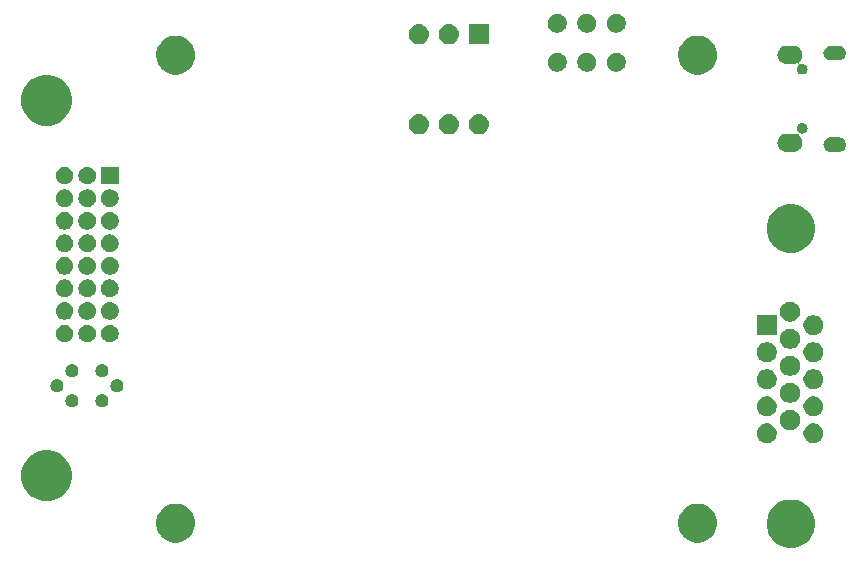
<source format=gbs>
G04 #@! TF.GenerationSoftware,KiCad,Pcbnew,(5.1.0)-1*
G04 #@! TF.CreationDate,2019-03-24T00:08:19-04:00*
G04 #@! TF.ProjectId,vga2dvi,76676132-6476-4692-9e6b-696361645f70,rev?*
G04 #@! TF.SameCoordinates,Original*
G04 #@! TF.FileFunction,Soldermask,Bot*
G04 #@! TF.FilePolarity,Negative*
%FSLAX46Y46*%
G04 Gerber Fmt 4.6, Leading zero omitted, Abs format (unit mm)*
G04 Created by KiCad (PCBNEW (5.1.0)-1) date 2019-03-24 00:08:19*
%MOMM*%
%LPD*%
G04 APERTURE LIST*
%ADD10C,0.100000*%
G04 APERTURE END LIST*
D10*
G36*
X158858254Y-121522818D02*
G01*
X159231511Y-121677426D01*
X159231513Y-121677427D01*
X159567436Y-121901884D01*
X159853116Y-122187564D01*
X159989415Y-122391549D01*
X160077574Y-122523489D01*
X160232182Y-122896746D01*
X160311000Y-123292993D01*
X160311000Y-123697007D01*
X160232182Y-124093254D01*
X160177180Y-124226040D01*
X160077573Y-124466513D01*
X159853116Y-124802436D01*
X159567436Y-125088116D01*
X159231513Y-125312573D01*
X159231512Y-125312574D01*
X159231511Y-125312574D01*
X158858254Y-125467182D01*
X158462007Y-125546000D01*
X158057993Y-125546000D01*
X157661746Y-125467182D01*
X157288489Y-125312574D01*
X157288488Y-125312574D01*
X157288487Y-125312573D01*
X156952564Y-125088116D01*
X156666884Y-124802436D01*
X156442427Y-124466513D01*
X156342820Y-124226040D01*
X156287818Y-124093254D01*
X156209000Y-123697007D01*
X156209000Y-123292993D01*
X156287818Y-122896746D01*
X156442426Y-122523489D01*
X156530586Y-122391549D01*
X156666884Y-122187564D01*
X156952564Y-121901884D01*
X157288487Y-121677427D01*
X157288489Y-121677426D01*
X157661746Y-121522818D01*
X158057993Y-121444000D01*
X158462007Y-121444000D01*
X158858254Y-121522818D01*
X158858254Y-121522818D01*
G37*
G36*
X150743256Y-121835298D02*
G01*
X150849579Y-121856447D01*
X151150042Y-121980903D01*
X151420451Y-122161585D01*
X151650415Y-122391549D01*
X151831097Y-122661958D01*
X151955553Y-122962421D01*
X152019000Y-123281391D01*
X152019000Y-123606609D01*
X151955553Y-123925579D01*
X151831097Y-124226042D01*
X151650415Y-124496451D01*
X151420451Y-124726415D01*
X151150042Y-124907097D01*
X150849579Y-125031553D01*
X150743256Y-125052702D01*
X150530611Y-125095000D01*
X150205389Y-125095000D01*
X149992744Y-125052702D01*
X149886421Y-125031553D01*
X149585958Y-124907097D01*
X149315549Y-124726415D01*
X149085585Y-124496451D01*
X148904903Y-124226042D01*
X148780447Y-123925579D01*
X148717000Y-123606609D01*
X148717000Y-123281391D01*
X148780447Y-122962421D01*
X148904903Y-122661958D01*
X149085585Y-122391549D01*
X149315549Y-122161585D01*
X149585958Y-121980903D01*
X149886421Y-121856447D01*
X149992744Y-121835298D01*
X150205389Y-121793000D01*
X150530611Y-121793000D01*
X150743256Y-121835298D01*
X150743256Y-121835298D01*
G37*
G36*
X106547256Y-121835298D02*
G01*
X106653579Y-121856447D01*
X106954042Y-121980903D01*
X107224451Y-122161585D01*
X107454415Y-122391549D01*
X107635097Y-122661958D01*
X107759553Y-122962421D01*
X107823000Y-123281391D01*
X107823000Y-123606609D01*
X107759553Y-123925579D01*
X107635097Y-124226042D01*
X107454415Y-124496451D01*
X107224451Y-124726415D01*
X106954042Y-124907097D01*
X106653579Y-125031553D01*
X106547256Y-125052702D01*
X106334611Y-125095000D01*
X106009389Y-125095000D01*
X105796744Y-125052702D01*
X105690421Y-125031553D01*
X105389958Y-124907097D01*
X105119549Y-124726415D01*
X104889585Y-124496451D01*
X104708903Y-124226042D01*
X104584447Y-123925579D01*
X104521000Y-123606609D01*
X104521000Y-123281391D01*
X104584447Y-122962421D01*
X104708903Y-122661958D01*
X104889585Y-122391549D01*
X105119549Y-122161585D01*
X105389958Y-121980903D01*
X105690421Y-121856447D01*
X105796744Y-121835298D01*
X106009389Y-121793000D01*
X106334611Y-121793000D01*
X106547256Y-121835298D01*
X106547256Y-121835298D01*
G37*
G36*
X95877423Y-117361661D02*
G01*
X96268879Y-117523807D01*
X96268881Y-117523808D01*
X96621183Y-117759209D01*
X96920791Y-118058817D01*
X97156192Y-118411119D01*
X97156193Y-118411121D01*
X97318339Y-118802577D01*
X97401000Y-119218144D01*
X97401000Y-119641856D01*
X97318339Y-120057423D01*
X97156193Y-120448879D01*
X97156192Y-120448881D01*
X96920791Y-120801183D01*
X96621183Y-121100791D01*
X96268881Y-121336192D01*
X96268880Y-121336193D01*
X96268879Y-121336193D01*
X95877423Y-121498339D01*
X95461856Y-121581000D01*
X95038144Y-121581000D01*
X94622577Y-121498339D01*
X94231121Y-121336193D01*
X94231120Y-121336193D01*
X94231119Y-121336192D01*
X93878817Y-121100791D01*
X93579209Y-120801183D01*
X93343808Y-120448881D01*
X93343807Y-120448879D01*
X93181661Y-120057423D01*
X93099000Y-119641856D01*
X93099000Y-119218144D01*
X93181661Y-118802577D01*
X93343807Y-118411121D01*
X93343808Y-118411119D01*
X93579209Y-118058817D01*
X93878817Y-117759209D01*
X94231119Y-117523808D01*
X94231121Y-117523807D01*
X94622577Y-117361661D01*
X95038144Y-117279000D01*
X95461856Y-117279000D01*
X95877423Y-117361661D01*
X95877423Y-117361661D01*
G37*
G36*
X156458228Y-115021703D02*
G01*
X156613100Y-115085853D01*
X156752481Y-115178985D01*
X156871015Y-115297519D01*
X156964147Y-115436900D01*
X157028297Y-115591772D01*
X157061000Y-115756184D01*
X157061000Y-115923816D01*
X157028297Y-116088228D01*
X156964147Y-116243100D01*
X156871015Y-116382481D01*
X156752481Y-116501015D01*
X156613100Y-116594147D01*
X156458228Y-116658297D01*
X156293816Y-116691000D01*
X156126184Y-116691000D01*
X155961772Y-116658297D01*
X155806900Y-116594147D01*
X155667519Y-116501015D01*
X155548985Y-116382481D01*
X155455853Y-116243100D01*
X155391703Y-116088228D01*
X155359000Y-115923816D01*
X155359000Y-115756184D01*
X155391703Y-115591772D01*
X155455853Y-115436900D01*
X155548985Y-115297519D01*
X155667519Y-115178985D01*
X155806900Y-115085853D01*
X155961772Y-115021703D01*
X156126184Y-114989000D01*
X156293816Y-114989000D01*
X156458228Y-115021703D01*
X156458228Y-115021703D01*
G37*
G36*
X160418228Y-115021703D02*
G01*
X160573100Y-115085853D01*
X160712481Y-115178985D01*
X160831015Y-115297519D01*
X160924147Y-115436900D01*
X160988297Y-115591772D01*
X161021000Y-115756184D01*
X161021000Y-115923816D01*
X160988297Y-116088228D01*
X160924147Y-116243100D01*
X160831015Y-116382481D01*
X160712481Y-116501015D01*
X160573100Y-116594147D01*
X160418228Y-116658297D01*
X160253816Y-116691000D01*
X160086184Y-116691000D01*
X159921772Y-116658297D01*
X159766900Y-116594147D01*
X159627519Y-116501015D01*
X159508985Y-116382481D01*
X159415853Y-116243100D01*
X159351703Y-116088228D01*
X159319000Y-115923816D01*
X159319000Y-115756184D01*
X159351703Y-115591772D01*
X159415853Y-115436900D01*
X159508985Y-115297519D01*
X159627519Y-115178985D01*
X159766900Y-115085853D01*
X159921772Y-115021703D01*
X160086184Y-114989000D01*
X160253816Y-114989000D01*
X160418228Y-115021703D01*
X160418228Y-115021703D01*
G37*
G36*
X158438228Y-113876703D02*
G01*
X158593100Y-113940853D01*
X158732481Y-114033985D01*
X158851015Y-114152519D01*
X158944147Y-114291900D01*
X159008297Y-114446772D01*
X159041000Y-114611184D01*
X159041000Y-114778816D01*
X159008297Y-114943228D01*
X158944147Y-115098100D01*
X158851015Y-115237481D01*
X158732481Y-115356015D01*
X158593100Y-115449147D01*
X158438228Y-115513297D01*
X158273816Y-115546000D01*
X158106184Y-115546000D01*
X157941772Y-115513297D01*
X157786900Y-115449147D01*
X157647519Y-115356015D01*
X157528985Y-115237481D01*
X157435853Y-115098100D01*
X157371703Y-114943228D01*
X157339000Y-114778816D01*
X157339000Y-114611184D01*
X157371703Y-114446772D01*
X157435853Y-114291900D01*
X157528985Y-114152519D01*
X157647519Y-114033985D01*
X157786900Y-113940853D01*
X157941772Y-113876703D01*
X158106184Y-113844000D01*
X158273816Y-113844000D01*
X158438228Y-113876703D01*
X158438228Y-113876703D01*
G37*
G36*
X160418228Y-112731703D02*
G01*
X160573100Y-112795853D01*
X160712481Y-112888985D01*
X160831015Y-113007519D01*
X160924147Y-113146900D01*
X160988297Y-113301772D01*
X161021000Y-113466184D01*
X161021000Y-113633816D01*
X160988297Y-113798228D01*
X160924147Y-113953100D01*
X160831015Y-114092481D01*
X160712481Y-114211015D01*
X160573100Y-114304147D01*
X160418228Y-114368297D01*
X160253816Y-114401000D01*
X160086184Y-114401000D01*
X159921772Y-114368297D01*
X159766900Y-114304147D01*
X159627519Y-114211015D01*
X159508985Y-114092481D01*
X159415853Y-113953100D01*
X159351703Y-113798228D01*
X159319000Y-113633816D01*
X159319000Y-113466184D01*
X159351703Y-113301772D01*
X159415853Y-113146900D01*
X159508985Y-113007519D01*
X159627519Y-112888985D01*
X159766900Y-112795853D01*
X159921772Y-112731703D01*
X160086184Y-112699000D01*
X160253816Y-112699000D01*
X160418228Y-112731703D01*
X160418228Y-112731703D01*
G37*
G36*
X156458228Y-112731703D02*
G01*
X156613100Y-112795853D01*
X156752481Y-112888985D01*
X156871015Y-113007519D01*
X156964147Y-113146900D01*
X157028297Y-113301772D01*
X157061000Y-113466184D01*
X157061000Y-113633816D01*
X157028297Y-113798228D01*
X156964147Y-113953100D01*
X156871015Y-114092481D01*
X156752481Y-114211015D01*
X156613100Y-114304147D01*
X156458228Y-114368297D01*
X156293816Y-114401000D01*
X156126184Y-114401000D01*
X155961772Y-114368297D01*
X155806900Y-114304147D01*
X155667519Y-114211015D01*
X155548985Y-114092481D01*
X155455853Y-113953100D01*
X155391703Y-113798228D01*
X155359000Y-113633816D01*
X155359000Y-113466184D01*
X155391703Y-113301772D01*
X155455853Y-113146900D01*
X155548985Y-113007519D01*
X155667519Y-112888985D01*
X155806900Y-112795853D01*
X155961772Y-112731703D01*
X156126184Y-112699000D01*
X156293816Y-112699000D01*
X156458228Y-112731703D01*
X156458228Y-112731703D01*
G37*
G36*
X97540721Y-112530174D02*
G01*
X97640995Y-112571709D01*
X97640996Y-112571710D01*
X97731242Y-112632010D01*
X97807990Y-112708758D01*
X97838345Y-112754188D01*
X97868291Y-112799005D01*
X97909826Y-112899279D01*
X97931000Y-113005730D01*
X97931000Y-113114270D01*
X97909826Y-113220721D01*
X97868291Y-113320995D01*
X97868290Y-113320996D01*
X97807990Y-113411242D01*
X97731242Y-113487990D01*
X97685812Y-113518345D01*
X97640995Y-113548291D01*
X97540721Y-113589826D01*
X97434270Y-113611000D01*
X97325730Y-113611000D01*
X97219279Y-113589826D01*
X97119005Y-113548291D01*
X97074188Y-113518345D01*
X97028758Y-113487990D01*
X96952010Y-113411242D01*
X96891710Y-113320996D01*
X96891709Y-113320995D01*
X96850174Y-113220721D01*
X96829000Y-113114270D01*
X96829000Y-113005730D01*
X96850174Y-112899279D01*
X96891709Y-112799005D01*
X96921655Y-112754188D01*
X96952010Y-112708758D01*
X97028758Y-112632010D01*
X97119004Y-112571710D01*
X97119005Y-112571709D01*
X97219279Y-112530174D01*
X97325730Y-112509000D01*
X97434270Y-112509000D01*
X97540721Y-112530174D01*
X97540721Y-112530174D01*
G37*
G36*
X100080721Y-112530174D02*
G01*
X100180995Y-112571709D01*
X100180996Y-112571710D01*
X100271242Y-112632010D01*
X100347990Y-112708758D01*
X100378345Y-112754188D01*
X100408291Y-112799005D01*
X100449826Y-112899279D01*
X100471000Y-113005730D01*
X100471000Y-113114270D01*
X100449826Y-113220721D01*
X100408291Y-113320995D01*
X100408290Y-113320996D01*
X100347990Y-113411242D01*
X100271242Y-113487990D01*
X100225812Y-113518345D01*
X100180995Y-113548291D01*
X100080721Y-113589826D01*
X99974270Y-113611000D01*
X99865730Y-113611000D01*
X99759279Y-113589826D01*
X99659005Y-113548291D01*
X99614188Y-113518345D01*
X99568758Y-113487990D01*
X99492010Y-113411242D01*
X99431710Y-113320996D01*
X99431709Y-113320995D01*
X99390174Y-113220721D01*
X99369000Y-113114270D01*
X99369000Y-113005730D01*
X99390174Y-112899279D01*
X99431709Y-112799005D01*
X99461655Y-112754188D01*
X99492010Y-112708758D01*
X99568758Y-112632010D01*
X99659004Y-112571710D01*
X99659005Y-112571709D01*
X99759279Y-112530174D01*
X99865730Y-112509000D01*
X99974270Y-112509000D01*
X100080721Y-112530174D01*
X100080721Y-112530174D01*
G37*
G36*
X158438228Y-111586703D02*
G01*
X158593100Y-111650853D01*
X158732481Y-111743985D01*
X158851015Y-111862519D01*
X158944147Y-112001900D01*
X159008297Y-112156772D01*
X159041000Y-112321184D01*
X159041000Y-112488816D01*
X159008297Y-112653228D01*
X158944147Y-112808100D01*
X158851015Y-112947481D01*
X158732481Y-113066015D01*
X158593100Y-113159147D01*
X158438228Y-113223297D01*
X158273816Y-113256000D01*
X158106184Y-113256000D01*
X157941772Y-113223297D01*
X157786900Y-113159147D01*
X157647519Y-113066015D01*
X157528985Y-112947481D01*
X157435853Y-112808100D01*
X157371703Y-112653228D01*
X157339000Y-112488816D01*
X157339000Y-112321184D01*
X157371703Y-112156772D01*
X157435853Y-112001900D01*
X157528985Y-111862519D01*
X157647519Y-111743985D01*
X157786900Y-111650853D01*
X157941772Y-111586703D01*
X158106184Y-111554000D01*
X158273816Y-111554000D01*
X158438228Y-111586703D01*
X158438228Y-111586703D01*
G37*
G36*
X96270721Y-111260174D02*
G01*
X96370995Y-111301709D01*
X96370996Y-111301710D01*
X96461242Y-111362010D01*
X96537990Y-111438758D01*
X96537991Y-111438760D01*
X96598291Y-111529005D01*
X96639826Y-111629279D01*
X96661000Y-111735730D01*
X96661000Y-111844270D01*
X96639826Y-111950721D01*
X96598291Y-112050995D01*
X96598290Y-112050996D01*
X96537990Y-112141242D01*
X96461242Y-112217990D01*
X96415812Y-112248345D01*
X96370995Y-112278291D01*
X96270721Y-112319826D01*
X96164270Y-112341000D01*
X96055730Y-112341000D01*
X95949279Y-112319826D01*
X95849005Y-112278291D01*
X95804188Y-112248345D01*
X95758758Y-112217990D01*
X95682010Y-112141242D01*
X95621710Y-112050996D01*
X95621709Y-112050995D01*
X95580174Y-111950721D01*
X95559000Y-111844270D01*
X95559000Y-111735730D01*
X95580174Y-111629279D01*
X95621709Y-111529005D01*
X95682009Y-111438760D01*
X95682010Y-111438758D01*
X95758758Y-111362010D01*
X95849004Y-111301710D01*
X95849005Y-111301709D01*
X95949279Y-111260174D01*
X96055730Y-111239000D01*
X96164270Y-111239000D01*
X96270721Y-111260174D01*
X96270721Y-111260174D01*
G37*
G36*
X101350721Y-111260174D02*
G01*
X101450995Y-111301709D01*
X101450996Y-111301710D01*
X101541242Y-111362010D01*
X101617990Y-111438758D01*
X101617991Y-111438760D01*
X101678291Y-111529005D01*
X101719826Y-111629279D01*
X101741000Y-111735730D01*
X101741000Y-111844270D01*
X101719826Y-111950721D01*
X101678291Y-112050995D01*
X101678290Y-112050996D01*
X101617990Y-112141242D01*
X101541242Y-112217990D01*
X101495812Y-112248345D01*
X101450995Y-112278291D01*
X101350721Y-112319826D01*
X101244270Y-112341000D01*
X101135730Y-112341000D01*
X101029279Y-112319826D01*
X100929005Y-112278291D01*
X100884188Y-112248345D01*
X100838758Y-112217990D01*
X100762010Y-112141242D01*
X100701710Y-112050996D01*
X100701709Y-112050995D01*
X100660174Y-111950721D01*
X100639000Y-111844270D01*
X100639000Y-111735730D01*
X100660174Y-111629279D01*
X100701709Y-111529005D01*
X100762009Y-111438760D01*
X100762010Y-111438758D01*
X100838758Y-111362010D01*
X100929004Y-111301710D01*
X100929005Y-111301709D01*
X101029279Y-111260174D01*
X101135730Y-111239000D01*
X101244270Y-111239000D01*
X101350721Y-111260174D01*
X101350721Y-111260174D01*
G37*
G36*
X160418228Y-110441703D02*
G01*
X160573100Y-110505853D01*
X160712481Y-110598985D01*
X160831015Y-110717519D01*
X160924147Y-110856900D01*
X160988297Y-111011772D01*
X161021000Y-111176184D01*
X161021000Y-111343816D01*
X160988297Y-111508228D01*
X160924147Y-111663100D01*
X160831015Y-111802481D01*
X160712481Y-111921015D01*
X160573100Y-112014147D01*
X160418228Y-112078297D01*
X160253816Y-112111000D01*
X160086184Y-112111000D01*
X159921772Y-112078297D01*
X159766900Y-112014147D01*
X159627519Y-111921015D01*
X159508985Y-111802481D01*
X159415853Y-111663100D01*
X159351703Y-111508228D01*
X159319000Y-111343816D01*
X159319000Y-111176184D01*
X159351703Y-111011772D01*
X159415853Y-110856900D01*
X159508985Y-110717519D01*
X159627519Y-110598985D01*
X159766900Y-110505853D01*
X159921772Y-110441703D01*
X160086184Y-110409000D01*
X160253816Y-110409000D01*
X160418228Y-110441703D01*
X160418228Y-110441703D01*
G37*
G36*
X156458228Y-110441703D02*
G01*
X156613100Y-110505853D01*
X156752481Y-110598985D01*
X156871015Y-110717519D01*
X156964147Y-110856900D01*
X157028297Y-111011772D01*
X157061000Y-111176184D01*
X157061000Y-111343816D01*
X157028297Y-111508228D01*
X156964147Y-111663100D01*
X156871015Y-111802481D01*
X156752481Y-111921015D01*
X156613100Y-112014147D01*
X156458228Y-112078297D01*
X156293816Y-112111000D01*
X156126184Y-112111000D01*
X155961772Y-112078297D01*
X155806900Y-112014147D01*
X155667519Y-111921015D01*
X155548985Y-111802481D01*
X155455853Y-111663100D01*
X155391703Y-111508228D01*
X155359000Y-111343816D01*
X155359000Y-111176184D01*
X155391703Y-111011772D01*
X155455853Y-110856900D01*
X155548985Y-110717519D01*
X155667519Y-110598985D01*
X155806900Y-110505853D01*
X155961772Y-110441703D01*
X156126184Y-110409000D01*
X156293816Y-110409000D01*
X156458228Y-110441703D01*
X156458228Y-110441703D01*
G37*
G36*
X100080721Y-109990174D02*
G01*
X100180995Y-110031709D01*
X100180996Y-110031710D01*
X100271242Y-110092010D01*
X100347990Y-110168758D01*
X100347991Y-110168760D01*
X100408291Y-110259005D01*
X100449826Y-110359279D01*
X100471000Y-110465730D01*
X100471000Y-110574270D01*
X100449826Y-110680721D01*
X100408291Y-110780995D01*
X100408290Y-110780996D01*
X100347990Y-110871242D01*
X100271242Y-110947990D01*
X100244288Y-110966000D01*
X100180995Y-111008291D01*
X100080721Y-111049826D01*
X99974270Y-111071000D01*
X99865730Y-111071000D01*
X99759279Y-111049826D01*
X99659005Y-111008291D01*
X99595712Y-110966000D01*
X99568758Y-110947990D01*
X99492010Y-110871242D01*
X99431710Y-110780996D01*
X99431709Y-110780995D01*
X99390174Y-110680721D01*
X99369000Y-110574270D01*
X99369000Y-110465730D01*
X99390174Y-110359279D01*
X99431709Y-110259005D01*
X99492009Y-110168760D01*
X99492010Y-110168758D01*
X99568758Y-110092010D01*
X99659004Y-110031710D01*
X99659005Y-110031709D01*
X99759279Y-109990174D01*
X99865730Y-109969000D01*
X99974270Y-109969000D01*
X100080721Y-109990174D01*
X100080721Y-109990174D01*
G37*
G36*
X97540721Y-109990174D02*
G01*
X97640995Y-110031709D01*
X97640996Y-110031710D01*
X97731242Y-110092010D01*
X97807990Y-110168758D01*
X97807991Y-110168760D01*
X97868291Y-110259005D01*
X97909826Y-110359279D01*
X97931000Y-110465730D01*
X97931000Y-110574270D01*
X97909826Y-110680721D01*
X97868291Y-110780995D01*
X97868290Y-110780996D01*
X97807990Y-110871242D01*
X97731242Y-110947990D01*
X97704288Y-110966000D01*
X97640995Y-111008291D01*
X97540721Y-111049826D01*
X97434270Y-111071000D01*
X97325730Y-111071000D01*
X97219279Y-111049826D01*
X97119005Y-111008291D01*
X97055712Y-110966000D01*
X97028758Y-110947990D01*
X96952010Y-110871242D01*
X96891710Y-110780996D01*
X96891709Y-110780995D01*
X96850174Y-110680721D01*
X96829000Y-110574270D01*
X96829000Y-110465730D01*
X96850174Y-110359279D01*
X96891709Y-110259005D01*
X96952009Y-110168760D01*
X96952010Y-110168758D01*
X97028758Y-110092010D01*
X97119004Y-110031710D01*
X97119005Y-110031709D01*
X97219279Y-109990174D01*
X97325730Y-109969000D01*
X97434270Y-109969000D01*
X97540721Y-109990174D01*
X97540721Y-109990174D01*
G37*
G36*
X158438228Y-109296703D02*
G01*
X158593100Y-109360853D01*
X158732481Y-109453985D01*
X158851015Y-109572519D01*
X158944147Y-109711900D01*
X159008297Y-109866772D01*
X159041000Y-110031184D01*
X159041000Y-110198816D01*
X159008297Y-110363228D01*
X158944147Y-110518100D01*
X158851015Y-110657481D01*
X158732481Y-110776015D01*
X158593100Y-110869147D01*
X158438228Y-110933297D01*
X158273816Y-110966000D01*
X158106184Y-110966000D01*
X157941772Y-110933297D01*
X157786900Y-110869147D01*
X157647519Y-110776015D01*
X157528985Y-110657481D01*
X157435853Y-110518100D01*
X157371703Y-110363228D01*
X157339000Y-110198816D01*
X157339000Y-110031184D01*
X157371703Y-109866772D01*
X157435853Y-109711900D01*
X157528985Y-109572519D01*
X157647519Y-109453985D01*
X157786900Y-109360853D01*
X157941772Y-109296703D01*
X158106184Y-109264000D01*
X158273816Y-109264000D01*
X158438228Y-109296703D01*
X158438228Y-109296703D01*
G37*
G36*
X160418228Y-108151703D02*
G01*
X160573100Y-108215853D01*
X160712481Y-108308985D01*
X160831015Y-108427519D01*
X160924147Y-108566900D01*
X160988297Y-108721772D01*
X161021000Y-108886184D01*
X161021000Y-109053816D01*
X160988297Y-109218228D01*
X160924147Y-109373100D01*
X160831015Y-109512481D01*
X160712481Y-109631015D01*
X160573100Y-109724147D01*
X160418228Y-109788297D01*
X160253816Y-109821000D01*
X160086184Y-109821000D01*
X159921772Y-109788297D01*
X159766900Y-109724147D01*
X159627519Y-109631015D01*
X159508985Y-109512481D01*
X159415853Y-109373100D01*
X159351703Y-109218228D01*
X159319000Y-109053816D01*
X159319000Y-108886184D01*
X159351703Y-108721772D01*
X159415853Y-108566900D01*
X159508985Y-108427519D01*
X159627519Y-108308985D01*
X159766900Y-108215853D01*
X159921772Y-108151703D01*
X160086184Y-108119000D01*
X160253816Y-108119000D01*
X160418228Y-108151703D01*
X160418228Y-108151703D01*
G37*
G36*
X156458228Y-108151703D02*
G01*
X156613100Y-108215853D01*
X156752481Y-108308985D01*
X156871015Y-108427519D01*
X156964147Y-108566900D01*
X157028297Y-108721772D01*
X157061000Y-108886184D01*
X157061000Y-109053816D01*
X157028297Y-109218228D01*
X156964147Y-109373100D01*
X156871015Y-109512481D01*
X156752481Y-109631015D01*
X156613100Y-109724147D01*
X156458228Y-109788297D01*
X156293816Y-109821000D01*
X156126184Y-109821000D01*
X155961772Y-109788297D01*
X155806900Y-109724147D01*
X155667519Y-109631015D01*
X155548985Y-109512481D01*
X155455853Y-109373100D01*
X155391703Y-109218228D01*
X155359000Y-109053816D01*
X155359000Y-108886184D01*
X155391703Y-108721772D01*
X155455853Y-108566900D01*
X155548985Y-108427519D01*
X155667519Y-108308985D01*
X155806900Y-108215853D01*
X155961772Y-108151703D01*
X156126184Y-108119000D01*
X156293816Y-108119000D01*
X156458228Y-108151703D01*
X156458228Y-108151703D01*
G37*
G36*
X158438228Y-107006703D02*
G01*
X158593100Y-107070853D01*
X158732481Y-107163985D01*
X158851015Y-107282519D01*
X158944147Y-107421900D01*
X159008297Y-107576772D01*
X159041000Y-107741184D01*
X159041000Y-107908816D01*
X159008297Y-108073228D01*
X158944147Y-108228100D01*
X158851015Y-108367481D01*
X158732481Y-108486015D01*
X158593100Y-108579147D01*
X158438228Y-108643297D01*
X158273816Y-108676000D01*
X158106184Y-108676000D01*
X157941772Y-108643297D01*
X157786900Y-108579147D01*
X157647519Y-108486015D01*
X157528985Y-108367481D01*
X157435853Y-108228100D01*
X157371703Y-108073228D01*
X157339000Y-107908816D01*
X157339000Y-107741184D01*
X157371703Y-107576772D01*
X157435853Y-107421900D01*
X157528985Y-107282519D01*
X157647519Y-107163985D01*
X157786900Y-107070853D01*
X157941772Y-107006703D01*
X158106184Y-106974000D01*
X158273816Y-106974000D01*
X158438228Y-107006703D01*
X158438228Y-107006703D01*
G37*
G36*
X96989059Y-106657860D02*
G01*
X97125732Y-106714472D01*
X97248735Y-106796660D01*
X97353340Y-106901265D01*
X97435528Y-107024268D01*
X97435529Y-107024270D01*
X97492140Y-107160941D01*
X97521000Y-107306032D01*
X97521000Y-107453968D01*
X97496573Y-107576771D01*
X97492140Y-107599059D01*
X97435528Y-107735732D01*
X97353340Y-107858735D01*
X97248735Y-107963340D01*
X97125732Y-108045528D01*
X97125731Y-108045529D01*
X97125730Y-108045529D01*
X96989059Y-108102140D01*
X96843968Y-108131000D01*
X96696032Y-108131000D01*
X96550941Y-108102140D01*
X96414270Y-108045529D01*
X96414269Y-108045529D01*
X96414268Y-108045528D01*
X96291265Y-107963340D01*
X96186660Y-107858735D01*
X96104472Y-107735732D01*
X96047860Y-107599059D01*
X96043427Y-107576771D01*
X96019000Y-107453968D01*
X96019000Y-107306032D01*
X96047860Y-107160941D01*
X96104471Y-107024270D01*
X96104472Y-107024268D01*
X96186660Y-106901265D01*
X96291265Y-106796660D01*
X96414268Y-106714472D01*
X96550941Y-106657860D01*
X96696032Y-106629000D01*
X96843968Y-106629000D01*
X96989059Y-106657860D01*
X96989059Y-106657860D01*
G37*
G36*
X98899059Y-106657860D02*
G01*
X99035732Y-106714472D01*
X99158735Y-106796660D01*
X99263340Y-106901265D01*
X99345528Y-107024268D01*
X99345529Y-107024270D01*
X99402140Y-107160941D01*
X99431000Y-107306032D01*
X99431000Y-107453968D01*
X99406573Y-107576771D01*
X99402140Y-107599059D01*
X99345528Y-107735732D01*
X99263340Y-107858735D01*
X99158735Y-107963340D01*
X99035732Y-108045528D01*
X99035731Y-108045529D01*
X99035730Y-108045529D01*
X98899059Y-108102140D01*
X98753968Y-108131000D01*
X98606032Y-108131000D01*
X98460941Y-108102140D01*
X98324270Y-108045529D01*
X98324269Y-108045529D01*
X98324268Y-108045528D01*
X98201265Y-107963340D01*
X98096660Y-107858735D01*
X98014472Y-107735732D01*
X97957860Y-107599059D01*
X97953427Y-107576771D01*
X97929000Y-107453968D01*
X97929000Y-107306032D01*
X97957860Y-107160941D01*
X98014471Y-107024270D01*
X98014472Y-107024268D01*
X98096660Y-106901265D01*
X98201265Y-106796660D01*
X98324268Y-106714472D01*
X98460941Y-106657860D01*
X98606032Y-106629000D01*
X98753968Y-106629000D01*
X98899059Y-106657860D01*
X98899059Y-106657860D01*
G37*
G36*
X100809059Y-106657860D02*
G01*
X100945732Y-106714472D01*
X101068735Y-106796660D01*
X101173340Y-106901265D01*
X101255528Y-107024268D01*
X101255529Y-107024270D01*
X101312140Y-107160941D01*
X101341000Y-107306032D01*
X101341000Y-107453968D01*
X101316573Y-107576771D01*
X101312140Y-107599059D01*
X101255528Y-107735732D01*
X101173340Y-107858735D01*
X101068735Y-107963340D01*
X100945732Y-108045528D01*
X100945731Y-108045529D01*
X100945730Y-108045529D01*
X100809059Y-108102140D01*
X100663968Y-108131000D01*
X100516032Y-108131000D01*
X100370941Y-108102140D01*
X100234270Y-108045529D01*
X100234269Y-108045529D01*
X100234268Y-108045528D01*
X100111265Y-107963340D01*
X100006660Y-107858735D01*
X99924472Y-107735732D01*
X99867860Y-107599059D01*
X99863427Y-107576771D01*
X99839000Y-107453968D01*
X99839000Y-107306032D01*
X99867860Y-107160941D01*
X99924471Y-107024270D01*
X99924472Y-107024268D01*
X100006660Y-106901265D01*
X100111265Y-106796660D01*
X100234268Y-106714472D01*
X100370941Y-106657860D01*
X100516032Y-106629000D01*
X100663968Y-106629000D01*
X100809059Y-106657860D01*
X100809059Y-106657860D01*
G37*
G36*
X160418228Y-105861703D02*
G01*
X160573100Y-105925853D01*
X160712481Y-106018985D01*
X160831015Y-106137519D01*
X160924147Y-106276900D01*
X160988297Y-106431772D01*
X161021000Y-106596184D01*
X161021000Y-106763816D01*
X160988297Y-106928228D01*
X160924147Y-107083100D01*
X160831015Y-107222481D01*
X160712481Y-107341015D01*
X160573100Y-107434147D01*
X160418228Y-107498297D01*
X160253816Y-107531000D01*
X160086184Y-107531000D01*
X159921772Y-107498297D01*
X159766900Y-107434147D01*
X159627519Y-107341015D01*
X159508985Y-107222481D01*
X159415853Y-107083100D01*
X159351703Y-106928228D01*
X159319000Y-106763816D01*
X159319000Y-106596184D01*
X159351703Y-106431772D01*
X159415853Y-106276900D01*
X159508985Y-106137519D01*
X159627519Y-106018985D01*
X159766900Y-105925853D01*
X159921772Y-105861703D01*
X160086184Y-105829000D01*
X160253816Y-105829000D01*
X160418228Y-105861703D01*
X160418228Y-105861703D01*
G37*
G36*
X157061000Y-107531000D02*
G01*
X155359000Y-107531000D01*
X155359000Y-105829000D01*
X157061000Y-105829000D01*
X157061000Y-107531000D01*
X157061000Y-107531000D01*
G37*
G36*
X158438228Y-104716703D02*
G01*
X158593100Y-104780853D01*
X158732481Y-104873985D01*
X158851015Y-104992519D01*
X158944147Y-105131900D01*
X159008297Y-105286772D01*
X159041000Y-105451184D01*
X159041000Y-105618816D01*
X159008297Y-105783228D01*
X158944147Y-105938100D01*
X158851015Y-106077481D01*
X158732481Y-106196015D01*
X158593100Y-106289147D01*
X158438228Y-106353297D01*
X158273816Y-106386000D01*
X158106184Y-106386000D01*
X157941772Y-106353297D01*
X157786900Y-106289147D01*
X157647519Y-106196015D01*
X157528985Y-106077481D01*
X157435853Y-105938100D01*
X157371703Y-105783228D01*
X157339000Y-105618816D01*
X157339000Y-105451184D01*
X157371703Y-105286772D01*
X157435853Y-105131900D01*
X157528985Y-104992519D01*
X157647519Y-104873985D01*
X157786900Y-104780853D01*
X157941772Y-104716703D01*
X158106184Y-104684000D01*
X158273816Y-104684000D01*
X158438228Y-104716703D01*
X158438228Y-104716703D01*
G37*
G36*
X100809059Y-104747860D02*
G01*
X100888709Y-104780852D01*
X100945732Y-104804472D01*
X101068735Y-104886660D01*
X101173340Y-104991265D01*
X101255528Y-105114268D01*
X101255529Y-105114270D01*
X101262833Y-105131903D01*
X101312140Y-105250941D01*
X101341000Y-105396033D01*
X101341000Y-105543967D01*
X101312140Y-105689059D01*
X101255528Y-105825732D01*
X101173340Y-105948735D01*
X101068735Y-106053340D01*
X100945732Y-106135528D01*
X100945731Y-106135529D01*
X100945730Y-106135529D01*
X100809059Y-106192140D01*
X100663968Y-106221000D01*
X100516032Y-106221000D01*
X100370941Y-106192140D01*
X100234270Y-106135529D01*
X100234269Y-106135529D01*
X100234268Y-106135528D01*
X100111265Y-106053340D01*
X100006660Y-105948735D01*
X99924472Y-105825732D01*
X99867860Y-105689059D01*
X99839000Y-105543967D01*
X99839000Y-105396033D01*
X99867860Y-105250941D01*
X99917167Y-105131903D01*
X99924471Y-105114270D01*
X99924472Y-105114268D01*
X100006660Y-104991265D01*
X100111265Y-104886660D01*
X100234268Y-104804472D01*
X100291292Y-104780852D01*
X100370941Y-104747860D01*
X100516032Y-104719000D01*
X100663968Y-104719000D01*
X100809059Y-104747860D01*
X100809059Y-104747860D01*
G37*
G36*
X98899059Y-104747860D02*
G01*
X98978709Y-104780852D01*
X99035732Y-104804472D01*
X99158735Y-104886660D01*
X99263340Y-104991265D01*
X99345528Y-105114268D01*
X99345529Y-105114270D01*
X99352833Y-105131903D01*
X99402140Y-105250941D01*
X99431000Y-105396033D01*
X99431000Y-105543967D01*
X99402140Y-105689059D01*
X99345528Y-105825732D01*
X99263340Y-105948735D01*
X99158735Y-106053340D01*
X99035732Y-106135528D01*
X99035731Y-106135529D01*
X99035730Y-106135529D01*
X98899059Y-106192140D01*
X98753968Y-106221000D01*
X98606032Y-106221000D01*
X98460941Y-106192140D01*
X98324270Y-106135529D01*
X98324269Y-106135529D01*
X98324268Y-106135528D01*
X98201265Y-106053340D01*
X98096660Y-105948735D01*
X98014472Y-105825732D01*
X97957860Y-105689059D01*
X97929000Y-105543967D01*
X97929000Y-105396033D01*
X97957860Y-105250941D01*
X98007167Y-105131903D01*
X98014471Y-105114270D01*
X98014472Y-105114268D01*
X98096660Y-104991265D01*
X98201265Y-104886660D01*
X98324268Y-104804472D01*
X98381292Y-104780852D01*
X98460941Y-104747860D01*
X98606032Y-104719000D01*
X98753968Y-104719000D01*
X98899059Y-104747860D01*
X98899059Y-104747860D01*
G37*
G36*
X96989059Y-104747860D02*
G01*
X97068709Y-104780852D01*
X97125732Y-104804472D01*
X97248735Y-104886660D01*
X97353340Y-104991265D01*
X97435528Y-105114268D01*
X97435529Y-105114270D01*
X97442833Y-105131903D01*
X97492140Y-105250941D01*
X97521000Y-105396033D01*
X97521000Y-105543967D01*
X97492140Y-105689059D01*
X97435528Y-105825732D01*
X97353340Y-105948735D01*
X97248735Y-106053340D01*
X97125732Y-106135528D01*
X97125731Y-106135529D01*
X97125730Y-106135529D01*
X96989059Y-106192140D01*
X96843968Y-106221000D01*
X96696032Y-106221000D01*
X96550941Y-106192140D01*
X96414270Y-106135529D01*
X96414269Y-106135529D01*
X96414268Y-106135528D01*
X96291265Y-106053340D01*
X96186660Y-105948735D01*
X96104472Y-105825732D01*
X96047860Y-105689059D01*
X96019000Y-105543967D01*
X96019000Y-105396033D01*
X96047860Y-105250941D01*
X96097167Y-105131903D01*
X96104471Y-105114270D01*
X96104472Y-105114268D01*
X96186660Y-104991265D01*
X96291265Y-104886660D01*
X96414268Y-104804472D01*
X96471292Y-104780852D01*
X96550941Y-104747860D01*
X96696032Y-104719000D01*
X96843968Y-104719000D01*
X96989059Y-104747860D01*
X96989059Y-104747860D01*
G37*
G36*
X100809059Y-102837860D02*
G01*
X100945732Y-102894472D01*
X101068735Y-102976660D01*
X101173340Y-103081265D01*
X101255528Y-103204268D01*
X101312140Y-103340941D01*
X101341000Y-103486033D01*
X101341000Y-103633967D01*
X101312140Y-103779059D01*
X101255528Y-103915732D01*
X101173340Y-104038735D01*
X101068735Y-104143340D01*
X100945732Y-104225528D01*
X100945731Y-104225529D01*
X100945730Y-104225529D01*
X100809059Y-104282140D01*
X100663968Y-104311000D01*
X100516032Y-104311000D01*
X100370941Y-104282140D01*
X100234270Y-104225529D01*
X100234269Y-104225529D01*
X100234268Y-104225528D01*
X100111265Y-104143340D01*
X100006660Y-104038735D01*
X99924472Y-103915732D01*
X99867860Y-103779059D01*
X99839000Y-103633967D01*
X99839000Y-103486033D01*
X99867860Y-103340941D01*
X99924472Y-103204268D01*
X100006660Y-103081265D01*
X100111265Y-102976660D01*
X100234268Y-102894472D01*
X100370941Y-102837860D01*
X100516032Y-102809000D01*
X100663968Y-102809000D01*
X100809059Y-102837860D01*
X100809059Y-102837860D01*
G37*
G36*
X98899059Y-102837860D02*
G01*
X99035732Y-102894472D01*
X99158735Y-102976660D01*
X99263340Y-103081265D01*
X99345528Y-103204268D01*
X99402140Y-103340941D01*
X99431000Y-103486033D01*
X99431000Y-103633967D01*
X99402140Y-103779059D01*
X99345528Y-103915732D01*
X99263340Y-104038735D01*
X99158735Y-104143340D01*
X99035732Y-104225528D01*
X99035731Y-104225529D01*
X99035730Y-104225529D01*
X98899059Y-104282140D01*
X98753968Y-104311000D01*
X98606032Y-104311000D01*
X98460941Y-104282140D01*
X98324270Y-104225529D01*
X98324269Y-104225529D01*
X98324268Y-104225528D01*
X98201265Y-104143340D01*
X98096660Y-104038735D01*
X98014472Y-103915732D01*
X97957860Y-103779059D01*
X97929000Y-103633967D01*
X97929000Y-103486033D01*
X97957860Y-103340941D01*
X98014472Y-103204268D01*
X98096660Y-103081265D01*
X98201265Y-102976660D01*
X98324268Y-102894472D01*
X98460941Y-102837860D01*
X98606032Y-102809000D01*
X98753968Y-102809000D01*
X98899059Y-102837860D01*
X98899059Y-102837860D01*
G37*
G36*
X96989059Y-102837860D02*
G01*
X97125732Y-102894472D01*
X97248735Y-102976660D01*
X97353340Y-103081265D01*
X97435528Y-103204268D01*
X97492140Y-103340941D01*
X97521000Y-103486033D01*
X97521000Y-103633967D01*
X97492140Y-103779059D01*
X97435528Y-103915732D01*
X97353340Y-104038735D01*
X97248735Y-104143340D01*
X97125732Y-104225528D01*
X97125731Y-104225529D01*
X97125730Y-104225529D01*
X96989059Y-104282140D01*
X96843968Y-104311000D01*
X96696032Y-104311000D01*
X96550941Y-104282140D01*
X96414270Y-104225529D01*
X96414269Y-104225529D01*
X96414268Y-104225528D01*
X96291265Y-104143340D01*
X96186660Y-104038735D01*
X96104472Y-103915732D01*
X96047860Y-103779059D01*
X96019000Y-103633967D01*
X96019000Y-103486033D01*
X96047860Y-103340941D01*
X96104472Y-103204268D01*
X96186660Y-103081265D01*
X96291265Y-102976660D01*
X96414268Y-102894472D01*
X96550941Y-102837860D01*
X96696032Y-102809000D01*
X96843968Y-102809000D01*
X96989059Y-102837860D01*
X96989059Y-102837860D01*
G37*
G36*
X98899059Y-100927860D02*
G01*
X99035732Y-100984472D01*
X99158735Y-101066660D01*
X99263340Y-101171265D01*
X99345528Y-101294268D01*
X99402140Y-101430941D01*
X99431000Y-101576033D01*
X99431000Y-101723967D01*
X99402140Y-101869059D01*
X99345528Y-102005732D01*
X99263340Y-102128735D01*
X99158735Y-102233340D01*
X99035732Y-102315528D01*
X99035731Y-102315529D01*
X99035730Y-102315529D01*
X98899059Y-102372140D01*
X98753968Y-102401000D01*
X98606032Y-102401000D01*
X98460941Y-102372140D01*
X98324270Y-102315529D01*
X98324269Y-102315529D01*
X98324268Y-102315528D01*
X98201265Y-102233340D01*
X98096660Y-102128735D01*
X98014472Y-102005732D01*
X97957860Y-101869059D01*
X97929000Y-101723967D01*
X97929000Y-101576033D01*
X97957860Y-101430941D01*
X98014472Y-101294268D01*
X98096660Y-101171265D01*
X98201265Y-101066660D01*
X98324268Y-100984472D01*
X98460941Y-100927860D01*
X98606032Y-100899000D01*
X98753968Y-100899000D01*
X98899059Y-100927860D01*
X98899059Y-100927860D01*
G37*
G36*
X96989059Y-100927860D02*
G01*
X97125732Y-100984472D01*
X97248735Y-101066660D01*
X97353340Y-101171265D01*
X97435528Y-101294268D01*
X97492140Y-101430941D01*
X97521000Y-101576033D01*
X97521000Y-101723967D01*
X97492140Y-101869059D01*
X97435528Y-102005732D01*
X97353340Y-102128735D01*
X97248735Y-102233340D01*
X97125732Y-102315528D01*
X97125731Y-102315529D01*
X97125730Y-102315529D01*
X96989059Y-102372140D01*
X96843968Y-102401000D01*
X96696032Y-102401000D01*
X96550941Y-102372140D01*
X96414270Y-102315529D01*
X96414269Y-102315529D01*
X96414268Y-102315528D01*
X96291265Y-102233340D01*
X96186660Y-102128735D01*
X96104472Y-102005732D01*
X96047860Y-101869059D01*
X96019000Y-101723967D01*
X96019000Y-101576033D01*
X96047860Y-101430941D01*
X96104472Y-101294268D01*
X96186660Y-101171265D01*
X96291265Y-101066660D01*
X96414268Y-100984472D01*
X96550941Y-100927860D01*
X96696032Y-100899000D01*
X96843968Y-100899000D01*
X96989059Y-100927860D01*
X96989059Y-100927860D01*
G37*
G36*
X100809059Y-100927860D02*
G01*
X100945732Y-100984472D01*
X101068735Y-101066660D01*
X101173340Y-101171265D01*
X101255528Y-101294268D01*
X101312140Y-101430941D01*
X101341000Y-101576033D01*
X101341000Y-101723967D01*
X101312140Y-101869059D01*
X101255528Y-102005732D01*
X101173340Y-102128735D01*
X101068735Y-102233340D01*
X100945732Y-102315528D01*
X100945731Y-102315529D01*
X100945730Y-102315529D01*
X100809059Y-102372140D01*
X100663968Y-102401000D01*
X100516032Y-102401000D01*
X100370941Y-102372140D01*
X100234270Y-102315529D01*
X100234269Y-102315529D01*
X100234268Y-102315528D01*
X100111265Y-102233340D01*
X100006660Y-102128735D01*
X99924472Y-102005732D01*
X99867860Y-101869059D01*
X99839000Y-101723967D01*
X99839000Y-101576033D01*
X99867860Y-101430941D01*
X99924472Y-101294268D01*
X100006660Y-101171265D01*
X100111265Y-101066660D01*
X100234268Y-100984472D01*
X100370941Y-100927860D01*
X100516032Y-100899000D01*
X100663968Y-100899000D01*
X100809059Y-100927860D01*
X100809059Y-100927860D01*
G37*
G36*
X158858254Y-96522818D02*
G01*
X159215997Y-96671000D01*
X159231513Y-96677427D01*
X159567436Y-96901884D01*
X159853116Y-97187564D01*
X160077574Y-97523489D01*
X160232182Y-97896746D01*
X160311000Y-98292993D01*
X160311000Y-98697007D01*
X160232182Y-99093254D01*
X160111640Y-99384268D01*
X160077573Y-99466513D01*
X159853116Y-99802436D01*
X159567436Y-100088116D01*
X159231513Y-100312573D01*
X159231512Y-100312574D01*
X159231511Y-100312574D01*
X158858254Y-100467182D01*
X158462007Y-100546000D01*
X158057993Y-100546000D01*
X157661746Y-100467182D01*
X157288489Y-100312574D01*
X157288488Y-100312574D01*
X157288487Y-100312573D01*
X156952564Y-100088116D01*
X156666884Y-99802436D01*
X156442427Y-99466513D01*
X156408360Y-99384268D01*
X156287818Y-99093254D01*
X156209000Y-98697007D01*
X156209000Y-98292993D01*
X156287818Y-97896746D01*
X156442426Y-97523489D01*
X156666884Y-97187564D01*
X156952564Y-96901884D01*
X157288487Y-96677427D01*
X157304003Y-96671000D01*
X157661746Y-96522818D01*
X158057993Y-96444000D01*
X158462007Y-96444000D01*
X158858254Y-96522818D01*
X158858254Y-96522818D01*
G37*
G36*
X96989059Y-99017860D02*
G01*
X97125732Y-99074472D01*
X97248735Y-99156660D01*
X97353340Y-99261265D01*
X97435528Y-99384268D01*
X97492140Y-99520941D01*
X97521000Y-99666033D01*
X97521000Y-99813967D01*
X97492140Y-99959059D01*
X97435528Y-100095732D01*
X97353340Y-100218735D01*
X97248735Y-100323340D01*
X97125732Y-100405528D01*
X97125731Y-100405529D01*
X97125730Y-100405529D01*
X96989059Y-100462140D01*
X96843968Y-100491000D01*
X96696032Y-100491000D01*
X96550941Y-100462140D01*
X96414270Y-100405529D01*
X96414269Y-100405529D01*
X96414268Y-100405528D01*
X96291265Y-100323340D01*
X96186660Y-100218735D01*
X96104472Y-100095732D01*
X96047860Y-99959059D01*
X96019000Y-99813967D01*
X96019000Y-99666033D01*
X96047860Y-99520941D01*
X96104472Y-99384268D01*
X96186660Y-99261265D01*
X96291265Y-99156660D01*
X96414268Y-99074472D01*
X96550941Y-99017860D01*
X96696032Y-98989000D01*
X96843968Y-98989000D01*
X96989059Y-99017860D01*
X96989059Y-99017860D01*
G37*
G36*
X100809059Y-99017860D02*
G01*
X100945732Y-99074472D01*
X101068735Y-99156660D01*
X101173340Y-99261265D01*
X101255528Y-99384268D01*
X101312140Y-99520941D01*
X101341000Y-99666033D01*
X101341000Y-99813967D01*
X101312140Y-99959059D01*
X101255528Y-100095732D01*
X101173340Y-100218735D01*
X101068735Y-100323340D01*
X100945732Y-100405528D01*
X100945731Y-100405529D01*
X100945730Y-100405529D01*
X100809059Y-100462140D01*
X100663968Y-100491000D01*
X100516032Y-100491000D01*
X100370941Y-100462140D01*
X100234270Y-100405529D01*
X100234269Y-100405529D01*
X100234268Y-100405528D01*
X100111265Y-100323340D01*
X100006660Y-100218735D01*
X99924472Y-100095732D01*
X99867860Y-99959059D01*
X99839000Y-99813967D01*
X99839000Y-99666033D01*
X99867860Y-99520941D01*
X99924472Y-99384268D01*
X100006660Y-99261265D01*
X100111265Y-99156660D01*
X100234268Y-99074472D01*
X100370941Y-99017860D01*
X100516032Y-98989000D01*
X100663968Y-98989000D01*
X100809059Y-99017860D01*
X100809059Y-99017860D01*
G37*
G36*
X98899059Y-99017860D02*
G01*
X99035732Y-99074472D01*
X99158735Y-99156660D01*
X99263340Y-99261265D01*
X99345528Y-99384268D01*
X99402140Y-99520941D01*
X99431000Y-99666033D01*
X99431000Y-99813967D01*
X99402140Y-99959059D01*
X99345528Y-100095732D01*
X99263340Y-100218735D01*
X99158735Y-100323340D01*
X99035732Y-100405528D01*
X99035731Y-100405529D01*
X99035730Y-100405529D01*
X98899059Y-100462140D01*
X98753968Y-100491000D01*
X98606032Y-100491000D01*
X98460941Y-100462140D01*
X98324270Y-100405529D01*
X98324269Y-100405529D01*
X98324268Y-100405528D01*
X98201265Y-100323340D01*
X98096660Y-100218735D01*
X98014472Y-100095732D01*
X97957860Y-99959059D01*
X97929000Y-99813967D01*
X97929000Y-99666033D01*
X97957860Y-99520941D01*
X98014472Y-99384268D01*
X98096660Y-99261265D01*
X98201265Y-99156660D01*
X98324268Y-99074472D01*
X98460941Y-99017860D01*
X98606032Y-98989000D01*
X98753968Y-98989000D01*
X98899059Y-99017860D01*
X98899059Y-99017860D01*
G37*
G36*
X96989059Y-97107860D02*
G01*
X97125732Y-97164472D01*
X97248735Y-97246660D01*
X97353340Y-97351265D01*
X97435528Y-97474268D01*
X97492140Y-97610941D01*
X97521000Y-97756033D01*
X97521000Y-97903967D01*
X97492140Y-98049059D01*
X97435528Y-98185732D01*
X97353340Y-98308735D01*
X97248735Y-98413340D01*
X97125732Y-98495528D01*
X97125731Y-98495529D01*
X97125730Y-98495529D01*
X96989059Y-98552140D01*
X96843968Y-98581000D01*
X96696032Y-98581000D01*
X96550941Y-98552140D01*
X96414270Y-98495529D01*
X96414269Y-98495529D01*
X96414268Y-98495528D01*
X96291265Y-98413340D01*
X96186660Y-98308735D01*
X96104472Y-98185732D01*
X96047860Y-98049059D01*
X96019000Y-97903967D01*
X96019000Y-97756033D01*
X96047860Y-97610941D01*
X96104472Y-97474268D01*
X96186660Y-97351265D01*
X96291265Y-97246660D01*
X96414268Y-97164472D01*
X96550941Y-97107860D01*
X96696032Y-97079000D01*
X96843968Y-97079000D01*
X96989059Y-97107860D01*
X96989059Y-97107860D01*
G37*
G36*
X100809059Y-97107860D02*
G01*
X100945732Y-97164472D01*
X101068735Y-97246660D01*
X101173340Y-97351265D01*
X101255528Y-97474268D01*
X101312140Y-97610941D01*
X101341000Y-97756033D01*
X101341000Y-97903967D01*
X101312140Y-98049059D01*
X101255528Y-98185732D01*
X101173340Y-98308735D01*
X101068735Y-98413340D01*
X100945732Y-98495528D01*
X100945731Y-98495529D01*
X100945730Y-98495529D01*
X100809059Y-98552140D01*
X100663968Y-98581000D01*
X100516032Y-98581000D01*
X100370941Y-98552140D01*
X100234270Y-98495529D01*
X100234269Y-98495529D01*
X100234268Y-98495528D01*
X100111265Y-98413340D01*
X100006660Y-98308735D01*
X99924472Y-98185732D01*
X99867860Y-98049059D01*
X99839000Y-97903967D01*
X99839000Y-97756033D01*
X99867860Y-97610941D01*
X99924472Y-97474268D01*
X100006660Y-97351265D01*
X100111265Y-97246660D01*
X100234268Y-97164472D01*
X100370941Y-97107860D01*
X100516032Y-97079000D01*
X100663968Y-97079000D01*
X100809059Y-97107860D01*
X100809059Y-97107860D01*
G37*
G36*
X98899059Y-97107860D02*
G01*
X99035732Y-97164472D01*
X99158735Y-97246660D01*
X99263340Y-97351265D01*
X99345528Y-97474268D01*
X99402140Y-97610941D01*
X99431000Y-97756033D01*
X99431000Y-97903967D01*
X99402140Y-98049059D01*
X99345528Y-98185732D01*
X99263340Y-98308735D01*
X99158735Y-98413340D01*
X99035732Y-98495528D01*
X99035731Y-98495529D01*
X99035730Y-98495529D01*
X98899059Y-98552140D01*
X98753968Y-98581000D01*
X98606032Y-98581000D01*
X98460941Y-98552140D01*
X98324270Y-98495529D01*
X98324269Y-98495529D01*
X98324268Y-98495528D01*
X98201265Y-98413340D01*
X98096660Y-98308735D01*
X98014472Y-98185732D01*
X97957860Y-98049059D01*
X97929000Y-97903967D01*
X97929000Y-97756033D01*
X97957860Y-97610941D01*
X98014472Y-97474268D01*
X98096660Y-97351265D01*
X98201265Y-97246660D01*
X98324268Y-97164472D01*
X98460941Y-97107860D01*
X98606032Y-97079000D01*
X98753968Y-97079000D01*
X98899059Y-97107860D01*
X98899059Y-97107860D01*
G37*
G36*
X96989059Y-95197860D02*
G01*
X97125732Y-95254472D01*
X97248735Y-95336660D01*
X97353340Y-95441265D01*
X97435528Y-95564268D01*
X97492140Y-95700941D01*
X97521000Y-95846033D01*
X97521000Y-95993967D01*
X97492140Y-96139059D01*
X97435528Y-96275732D01*
X97353340Y-96398735D01*
X97248735Y-96503340D01*
X97125732Y-96585528D01*
X97125731Y-96585529D01*
X97125730Y-96585529D01*
X96989059Y-96642140D01*
X96843968Y-96671000D01*
X96696032Y-96671000D01*
X96550941Y-96642140D01*
X96414270Y-96585529D01*
X96414269Y-96585529D01*
X96414268Y-96585528D01*
X96291265Y-96503340D01*
X96186660Y-96398735D01*
X96104472Y-96275732D01*
X96047860Y-96139059D01*
X96019000Y-95993967D01*
X96019000Y-95846033D01*
X96047860Y-95700941D01*
X96104472Y-95564268D01*
X96186660Y-95441265D01*
X96291265Y-95336660D01*
X96414268Y-95254472D01*
X96550941Y-95197860D01*
X96696032Y-95169000D01*
X96843968Y-95169000D01*
X96989059Y-95197860D01*
X96989059Y-95197860D01*
G37*
G36*
X98899059Y-95197860D02*
G01*
X99035732Y-95254472D01*
X99158735Y-95336660D01*
X99263340Y-95441265D01*
X99345528Y-95564268D01*
X99402140Y-95700941D01*
X99431000Y-95846033D01*
X99431000Y-95993967D01*
X99402140Y-96139059D01*
X99345528Y-96275732D01*
X99263340Y-96398735D01*
X99158735Y-96503340D01*
X99035732Y-96585528D01*
X99035731Y-96585529D01*
X99035730Y-96585529D01*
X98899059Y-96642140D01*
X98753968Y-96671000D01*
X98606032Y-96671000D01*
X98460941Y-96642140D01*
X98324270Y-96585529D01*
X98324269Y-96585529D01*
X98324268Y-96585528D01*
X98201265Y-96503340D01*
X98096660Y-96398735D01*
X98014472Y-96275732D01*
X97957860Y-96139059D01*
X97929000Y-95993967D01*
X97929000Y-95846033D01*
X97957860Y-95700941D01*
X98014472Y-95564268D01*
X98096660Y-95441265D01*
X98201265Y-95336660D01*
X98324268Y-95254472D01*
X98460941Y-95197860D01*
X98606032Y-95169000D01*
X98753968Y-95169000D01*
X98899059Y-95197860D01*
X98899059Y-95197860D01*
G37*
G36*
X100809059Y-95197860D02*
G01*
X100945732Y-95254472D01*
X101068735Y-95336660D01*
X101173340Y-95441265D01*
X101255528Y-95564268D01*
X101312140Y-95700941D01*
X101341000Y-95846033D01*
X101341000Y-95993967D01*
X101312140Y-96139059D01*
X101255528Y-96275732D01*
X101173340Y-96398735D01*
X101068735Y-96503340D01*
X100945732Y-96585528D01*
X100945731Y-96585529D01*
X100945730Y-96585529D01*
X100809059Y-96642140D01*
X100663968Y-96671000D01*
X100516032Y-96671000D01*
X100370941Y-96642140D01*
X100234270Y-96585529D01*
X100234269Y-96585529D01*
X100234268Y-96585528D01*
X100111265Y-96503340D01*
X100006660Y-96398735D01*
X99924472Y-96275732D01*
X99867860Y-96139059D01*
X99839000Y-95993967D01*
X99839000Y-95846033D01*
X99867860Y-95700941D01*
X99924472Y-95564268D01*
X100006660Y-95441265D01*
X100111265Y-95336660D01*
X100234268Y-95254472D01*
X100370941Y-95197860D01*
X100516032Y-95169000D01*
X100663968Y-95169000D01*
X100809059Y-95197860D01*
X100809059Y-95197860D01*
G37*
G36*
X98899059Y-93287860D02*
G01*
X99035732Y-93344472D01*
X99158735Y-93426660D01*
X99263340Y-93531265D01*
X99345528Y-93654268D01*
X99402140Y-93790941D01*
X99431000Y-93936033D01*
X99431000Y-94083967D01*
X99402140Y-94229059D01*
X99345528Y-94365732D01*
X99263340Y-94488735D01*
X99158735Y-94593340D01*
X99035732Y-94675528D01*
X99035731Y-94675529D01*
X99035730Y-94675529D01*
X98899059Y-94732140D01*
X98753968Y-94761000D01*
X98606032Y-94761000D01*
X98460941Y-94732140D01*
X98324270Y-94675529D01*
X98324269Y-94675529D01*
X98324268Y-94675528D01*
X98201265Y-94593340D01*
X98096660Y-94488735D01*
X98014472Y-94365732D01*
X97957860Y-94229059D01*
X97929000Y-94083967D01*
X97929000Y-93936033D01*
X97957860Y-93790941D01*
X98014472Y-93654268D01*
X98096660Y-93531265D01*
X98201265Y-93426660D01*
X98324268Y-93344472D01*
X98460941Y-93287860D01*
X98606032Y-93259000D01*
X98753968Y-93259000D01*
X98899059Y-93287860D01*
X98899059Y-93287860D01*
G37*
G36*
X96989059Y-93287860D02*
G01*
X97125732Y-93344472D01*
X97248735Y-93426660D01*
X97353340Y-93531265D01*
X97435528Y-93654268D01*
X97492140Y-93790941D01*
X97521000Y-93936033D01*
X97521000Y-94083967D01*
X97492140Y-94229059D01*
X97435528Y-94365732D01*
X97353340Y-94488735D01*
X97248735Y-94593340D01*
X97125732Y-94675528D01*
X97125731Y-94675529D01*
X97125730Y-94675529D01*
X96989059Y-94732140D01*
X96843968Y-94761000D01*
X96696032Y-94761000D01*
X96550941Y-94732140D01*
X96414270Y-94675529D01*
X96414269Y-94675529D01*
X96414268Y-94675528D01*
X96291265Y-94593340D01*
X96186660Y-94488735D01*
X96104472Y-94365732D01*
X96047860Y-94229059D01*
X96019000Y-94083967D01*
X96019000Y-93936033D01*
X96047860Y-93790941D01*
X96104472Y-93654268D01*
X96186660Y-93531265D01*
X96291265Y-93426660D01*
X96414268Y-93344472D01*
X96550941Y-93287860D01*
X96696032Y-93259000D01*
X96843968Y-93259000D01*
X96989059Y-93287860D01*
X96989059Y-93287860D01*
G37*
G36*
X101341000Y-94761000D02*
G01*
X99839000Y-94761000D01*
X99839000Y-93259000D01*
X101341000Y-93259000D01*
X101341000Y-94761000D01*
X101341000Y-94761000D01*
G37*
G36*
X162417715Y-90761058D02*
G01*
X162513753Y-90790191D01*
X162528935Y-90794796D01*
X162535722Y-90796855D01*
X162644468Y-90854981D01*
X162739790Y-90933210D01*
X162818019Y-91028532D01*
X162876145Y-91137278D01*
X162911942Y-91255285D01*
X162924028Y-91378000D01*
X162911942Y-91500715D01*
X162876145Y-91618722D01*
X162818019Y-91727468D01*
X162739790Y-91822790D01*
X162644468Y-91901019D01*
X162535722Y-91959145D01*
X162417715Y-91994942D01*
X162325746Y-92004000D01*
X161614254Y-92004000D01*
X161522285Y-91994942D01*
X161404278Y-91959145D01*
X161295532Y-91901019D01*
X161200210Y-91822790D01*
X161121981Y-91727468D01*
X161063855Y-91618722D01*
X161028058Y-91500715D01*
X161015972Y-91378000D01*
X161028058Y-91255285D01*
X161063855Y-91137278D01*
X161121981Y-91028532D01*
X161200210Y-90933210D01*
X161295532Y-90854981D01*
X161404278Y-90796855D01*
X161411066Y-90794796D01*
X161426247Y-90790191D01*
X161522285Y-90761058D01*
X161614254Y-90752000D01*
X162325746Y-90752000D01*
X162417715Y-90761058D01*
X162417715Y-90761058D01*
G37*
G36*
X159308410Y-89558525D02*
G01*
X159393426Y-89584314D01*
X159471775Y-89626193D01*
X159540449Y-89682551D01*
X159596807Y-89751225D01*
X159638686Y-89829574D01*
X159664475Y-89914590D01*
X159673182Y-90003000D01*
X159664475Y-90091410D01*
X159638686Y-90176426D01*
X159596807Y-90254775D01*
X159540449Y-90323449D01*
X159471775Y-90379807D01*
X159393426Y-90421686D01*
X159308410Y-90447475D01*
X159242158Y-90454000D01*
X159197842Y-90454000D01*
X159131588Y-90447475D01*
X159075477Y-90430454D01*
X159051444Y-90425674D01*
X159026940Y-90425674D01*
X159002907Y-90430455D01*
X158980268Y-90439832D01*
X158959894Y-90453446D01*
X158942567Y-90470773D01*
X158928953Y-90491148D01*
X158919576Y-90513787D01*
X158914796Y-90537820D01*
X158914796Y-90562324D01*
X158919577Y-90586357D01*
X158928954Y-90608996D01*
X158942568Y-90629370D01*
X158959895Y-90646697D01*
X158996367Y-90676629D01*
X159093345Y-90794796D01*
X159165398Y-90929598D01*
X159209772Y-91075879D01*
X159224754Y-91228000D01*
X159209772Y-91380121D01*
X159165398Y-91526402D01*
X159093345Y-91661204D01*
X159093343Y-91661207D01*
X159093342Y-91661208D01*
X158996369Y-91779369D01*
X158878204Y-91876345D01*
X158743402Y-91948398D01*
X158597121Y-91992772D01*
X158483118Y-92004000D01*
X157856882Y-92004000D01*
X157742879Y-91992772D01*
X157596598Y-91948398D01*
X157461796Y-91876345D01*
X157343631Y-91779369D01*
X157246658Y-91661208D01*
X157246657Y-91661207D01*
X157246655Y-91661204D01*
X157174602Y-91526402D01*
X157130228Y-91380121D01*
X157115246Y-91228000D01*
X157130228Y-91075879D01*
X157174602Y-90929598D01*
X157246655Y-90794796D01*
X157343631Y-90676631D01*
X157426044Y-90608996D01*
X157461792Y-90579658D01*
X157461793Y-90579657D01*
X157461796Y-90579655D01*
X157596598Y-90507602D01*
X157742879Y-90463228D01*
X157856882Y-90452000D01*
X158483118Y-90452000D01*
X158597121Y-90463228D01*
X158750790Y-90509843D01*
X158759249Y-90513346D01*
X158783283Y-90518124D01*
X158807787Y-90518122D01*
X158831820Y-90513339D01*
X158854458Y-90503959D01*
X158874831Y-90490344D01*
X158892156Y-90473015D01*
X158905768Y-90452639D01*
X158915143Y-90430000D01*
X158919921Y-90405966D01*
X158919919Y-90381462D01*
X158915136Y-90357429D01*
X158905756Y-90334791D01*
X158892149Y-90314428D01*
X158843193Y-90254775D01*
X158801314Y-90176426D01*
X158775525Y-90091410D01*
X158766818Y-90003000D01*
X158775525Y-89914590D01*
X158801314Y-89829574D01*
X158843193Y-89751225D01*
X158899551Y-89682551D01*
X158968225Y-89626193D01*
X159046574Y-89584314D01*
X159131590Y-89558525D01*
X159197842Y-89552000D01*
X159242158Y-89552000D01*
X159308410Y-89558525D01*
X159308410Y-89558525D01*
G37*
G36*
X129452823Y-88823313D02*
G01*
X129613242Y-88871976D01*
X129745906Y-88942886D01*
X129761078Y-88950996D01*
X129890659Y-89057341D01*
X129997004Y-89186922D01*
X129997005Y-89186924D01*
X130076024Y-89334758D01*
X130124687Y-89495177D01*
X130141117Y-89662000D01*
X130124687Y-89828823D01*
X130076024Y-89989242D01*
X130068670Y-90003000D01*
X129997004Y-90137078D01*
X129890659Y-90266659D01*
X129761078Y-90373004D01*
X129761076Y-90373005D01*
X129613242Y-90452024D01*
X129613239Y-90452025D01*
X129606728Y-90454000D01*
X129452823Y-90500687D01*
X129327804Y-90513000D01*
X129244196Y-90513000D01*
X129119177Y-90500687D01*
X128965272Y-90454000D01*
X128958761Y-90452025D01*
X128958758Y-90452024D01*
X128810924Y-90373005D01*
X128810922Y-90373004D01*
X128681341Y-90266659D01*
X128574996Y-90137078D01*
X128503330Y-90003000D01*
X128495976Y-89989242D01*
X128447313Y-89828823D01*
X128430883Y-89662000D01*
X128447313Y-89495177D01*
X128495976Y-89334758D01*
X128574995Y-89186924D01*
X128574996Y-89186922D01*
X128681341Y-89057341D01*
X128810922Y-88950996D01*
X128826094Y-88942886D01*
X128958758Y-88871976D01*
X129119177Y-88823313D01*
X129244196Y-88811000D01*
X129327804Y-88811000D01*
X129452823Y-88823313D01*
X129452823Y-88823313D01*
G37*
G36*
X126912823Y-88823313D02*
G01*
X127073242Y-88871976D01*
X127205906Y-88942886D01*
X127221078Y-88950996D01*
X127350659Y-89057341D01*
X127457004Y-89186922D01*
X127457005Y-89186924D01*
X127536024Y-89334758D01*
X127584687Y-89495177D01*
X127601117Y-89662000D01*
X127584687Y-89828823D01*
X127536024Y-89989242D01*
X127528670Y-90003000D01*
X127457004Y-90137078D01*
X127350659Y-90266659D01*
X127221078Y-90373004D01*
X127221076Y-90373005D01*
X127073242Y-90452024D01*
X127073239Y-90452025D01*
X127066728Y-90454000D01*
X126912823Y-90500687D01*
X126787804Y-90513000D01*
X126704196Y-90513000D01*
X126579177Y-90500687D01*
X126425272Y-90454000D01*
X126418761Y-90452025D01*
X126418758Y-90452024D01*
X126270924Y-90373005D01*
X126270922Y-90373004D01*
X126141341Y-90266659D01*
X126034996Y-90137078D01*
X125963330Y-90003000D01*
X125955976Y-89989242D01*
X125907313Y-89828823D01*
X125890883Y-89662000D01*
X125907313Y-89495177D01*
X125955976Y-89334758D01*
X126034995Y-89186924D01*
X126034996Y-89186922D01*
X126141341Y-89057341D01*
X126270922Y-88950996D01*
X126286094Y-88942886D01*
X126418758Y-88871976D01*
X126579177Y-88823313D01*
X126704196Y-88811000D01*
X126787804Y-88811000D01*
X126912823Y-88823313D01*
X126912823Y-88823313D01*
G37*
G36*
X131992823Y-88823313D02*
G01*
X132153242Y-88871976D01*
X132285906Y-88942886D01*
X132301078Y-88950996D01*
X132430659Y-89057341D01*
X132537004Y-89186922D01*
X132537005Y-89186924D01*
X132616024Y-89334758D01*
X132664687Y-89495177D01*
X132681117Y-89662000D01*
X132664687Y-89828823D01*
X132616024Y-89989242D01*
X132608670Y-90003000D01*
X132537004Y-90137078D01*
X132430659Y-90266659D01*
X132301078Y-90373004D01*
X132301076Y-90373005D01*
X132153242Y-90452024D01*
X132153239Y-90452025D01*
X132146728Y-90454000D01*
X131992823Y-90500687D01*
X131867804Y-90513000D01*
X131784196Y-90513000D01*
X131659177Y-90500687D01*
X131505272Y-90454000D01*
X131498761Y-90452025D01*
X131498758Y-90452024D01*
X131350924Y-90373005D01*
X131350922Y-90373004D01*
X131221341Y-90266659D01*
X131114996Y-90137078D01*
X131043330Y-90003000D01*
X131035976Y-89989242D01*
X130987313Y-89828823D01*
X130970883Y-89662000D01*
X130987313Y-89495177D01*
X131035976Y-89334758D01*
X131114995Y-89186924D01*
X131114996Y-89186922D01*
X131221341Y-89057341D01*
X131350922Y-88950996D01*
X131366094Y-88942886D01*
X131498758Y-88871976D01*
X131659177Y-88823313D01*
X131784196Y-88811000D01*
X131867804Y-88811000D01*
X131992823Y-88823313D01*
X131992823Y-88823313D01*
G37*
G36*
X95877423Y-85561661D02*
G01*
X96268879Y-85723807D01*
X96268881Y-85723808D01*
X96621183Y-85959209D01*
X96920791Y-86258817D01*
X97156192Y-86611119D01*
X97156193Y-86611121D01*
X97318339Y-87002577D01*
X97401000Y-87418144D01*
X97401000Y-87841856D01*
X97318339Y-88257423D01*
X97156193Y-88648879D01*
X97156192Y-88648881D01*
X96920791Y-89001183D01*
X96621183Y-89300791D01*
X96268881Y-89536192D01*
X96268880Y-89536193D01*
X96268879Y-89536193D01*
X95877423Y-89698339D01*
X95461856Y-89781000D01*
X95038144Y-89781000D01*
X94622577Y-89698339D01*
X94231121Y-89536193D01*
X94231120Y-89536193D01*
X94231119Y-89536192D01*
X93878817Y-89300791D01*
X93579209Y-89001183D01*
X93343808Y-88648881D01*
X93343807Y-88648879D01*
X93181661Y-88257423D01*
X93099000Y-87841856D01*
X93099000Y-87418144D01*
X93181661Y-87002577D01*
X93343807Y-86611121D01*
X93343808Y-86611119D01*
X93579209Y-86258817D01*
X93878817Y-85959209D01*
X94231119Y-85723808D01*
X94231121Y-85723807D01*
X94622577Y-85561661D01*
X95038144Y-85479000D01*
X95461856Y-85479000D01*
X95877423Y-85561661D01*
X95877423Y-85561661D01*
G37*
G36*
X150730813Y-82208823D02*
G01*
X150849579Y-82232447D01*
X151150042Y-82356903D01*
X151420451Y-82537585D01*
X151650415Y-82767549D01*
X151831097Y-83037958D01*
X151831098Y-83037960D01*
X151839234Y-83057602D01*
X151930746Y-83278531D01*
X151955553Y-83338422D01*
X152019000Y-83657389D01*
X152019000Y-83982611D01*
X151985501Y-84151018D01*
X151955553Y-84301579D01*
X151878386Y-84487877D01*
X151842073Y-84575545D01*
X151831097Y-84602042D01*
X151650415Y-84872451D01*
X151420451Y-85102415D01*
X151150042Y-85283097D01*
X150849579Y-85407553D01*
X150743256Y-85428702D01*
X150530611Y-85471000D01*
X150205389Y-85471000D01*
X149992744Y-85428702D01*
X149886421Y-85407553D01*
X149585958Y-85283097D01*
X149315549Y-85102415D01*
X149085585Y-84872451D01*
X148904903Y-84602042D01*
X148893928Y-84575545D01*
X148857614Y-84487877D01*
X148780447Y-84301579D01*
X148750499Y-84151018D01*
X148717000Y-83982611D01*
X148717000Y-83657389D01*
X148780447Y-83338422D01*
X148805255Y-83278531D01*
X148896766Y-83057602D01*
X148904902Y-83037960D01*
X148904903Y-83037958D01*
X149085585Y-82767549D01*
X149315549Y-82537585D01*
X149585958Y-82356903D01*
X149886421Y-82232447D01*
X150005187Y-82208823D01*
X150205389Y-82169000D01*
X150530611Y-82169000D01*
X150730813Y-82208823D01*
X150730813Y-82208823D01*
G37*
G36*
X106534813Y-82208823D02*
G01*
X106653579Y-82232447D01*
X106954042Y-82356903D01*
X107224451Y-82537585D01*
X107454415Y-82767549D01*
X107635097Y-83037958D01*
X107635098Y-83037960D01*
X107643234Y-83057602D01*
X107734746Y-83278531D01*
X107759553Y-83338422D01*
X107823000Y-83657389D01*
X107823000Y-83982611D01*
X107789501Y-84151018D01*
X107759553Y-84301579D01*
X107682386Y-84487877D01*
X107646073Y-84575545D01*
X107635097Y-84602042D01*
X107454415Y-84872451D01*
X107224451Y-85102415D01*
X106954042Y-85283097D01*
X106653579Y-85407553D01*
X106547256Y-85428702D01*
X106334611Y-85471000D01*
X106009389Y-85471000D01*
X105796744Y-85428702D01*
X105690421Y-85407553D01*
X105389958Y-85283097D01*
X105119549Y-85102415D01*
X104889585Y-84872451D01*
X104708903Y-84602042D01*
X104697928Y-84575545D01*
X104661614Y-84487877D01*
X104584447Y-84301579D01*
X104554499Y-84151018D01*
X104521000Y-83982611D01*
X104521000Y-83657389D01*
X104584447Y-83338422D01*
X104609255Y-83278531D01*
X104700766Y-83057602D01*
X104708902Y-83037960D01*
X104708903Y-83037958D01*
X104889585Y-82767549D01*
X105119549Y-82537585D01*
X105389958Y-82356903D01*
X105690421Y-82232447D01*
X105809187Y-82208823D01*
X106009389Y-82169000D01*
X106334611Y-82169000D01*
X106534813Y-82208823D01*
X106534813Y-82208823D01*
G37*
G36*
X158597121Y-83013228D02*
G01*
X158743402Y-83057602D01*
X158878204Y-83129655D01*
X158878207Y-83129657D01*
X158878208Y-83129658D01*
X158996369Y-83226631D01*
X159038963Y-83278531D01*
X159093345Y-83344796D01*
X159165398Y-83479598D01*
X159209772Y-83625879D01*
X159224754Y-83778000D01*
X159209772Y-83930121D01*
X159165398Y-84076402D01*
X159093345Y-84211204D01*
X159093343Y-84211207D01*
X159093342Y-84211208D01*
X159000238Y-84324655D01*
X158996367Y-84329371D01*
X158959895Y-84359303D01*
X158942568Y-84376630D01*
X158928954Y-84397004D01*
X158919577Y-84419643D01*
X158914796Y-84443676D01*
X158914796Y-84468180D01*
X158919576Y-84492213D01*
X158928953Y-84514852D01*
X158942567Y-84535227D01*
X158959894Y-84552554D01*
X158980268Y-84566168D01*
X159002907Y-84575545D01*
X159026940Y-84580326D01*
X159051444Y-84580326D01*
X159075477Y-84575546D01*
X159131588Y-84558525D01*
X159197842Y-84552000D01*
X159242158Y-84552000D01*
X159308410Y-84558525D01*
X159393426Y-84584314D01*
X159471775Y-84626193D01*
X159540449Y-84682551D01*
X159596807Y-84751225D01*
X159638686Y-84829574D01*
X159664475Y-84914590D01*
X159673182Y-85003000D01*
X159664475Y-85091410D01*
X159638686Y-85176426D01*
X159596807Y-85254775D01*
X159540449Y-85323449D01*
X159471775Y-85379807D01*
X159393426Y-85421686D01*
X159308410Y-85447475D01*
X159242158Y-85454000D01*
X159197842Y-85454000D01*
X159131590Y-85447475D01*
X159046574Y-85421686D01*
X158968225Y-85379807D01*
X158899551Y-85323449D01*
X158843193Y-85254775D01*
X158801314Y-85176426D01*
X158775525Y-85091410D01*
X158766818Y-85003000D01*
X158775525Y-84914590D01*
X158801314Y-84829574D01*
X158843193Y-84751225D01*
X158892149Y-84691572D01*
X158905762Y-84671198D01*
X158915140Y-84648559D01*
X158919920Y-84624526D01*
X158919920Y-84600022D01*
X158915139Y-84575988D01*
X158905762Y-84553350D01*
X158892148Y-84532975D01*
X158874821Y-84515648D01*
X158854447Y-84502035D01*
X158831808Y-84492657D01*
X158807775Y-84487877D01*
X158783271Y-84487877D01*
X158759237Y-84492658D01*
X158750784Y-84496159D01*
X158597121Y-84542772D01*
X158483118Y-84554000D01*
X157856882Y-84554000D01*
X157742879Y-84542772D01*
X157613329Y-84503473D01*
X157596601Y-84498399D01*
X157596598Y-84498398D01*
X157461796Y-84426345D01*
X157453630Y-84419643D01*
X157343631Y-84329369D01*
X157246658Y-84211208D01*
X157246657Y-84211207D01*
X157246655Y-84211204D01*
X157174602Y-84076402D01*
X157130228Y-83930121D01*
X157115246Y-83778000D01*
X157130228Y-83625879D01*
X157174602Y-83479598D01*
X157246655Y-83344796D01*
X157301038Y-83278531D01*
X157343631Y-83226631D01*
X157461792Y-83129658D01*
X157461793Y-83129657D01*
X157461796Y-83129655D01*
X157596598Y-83057602D01*
X157742879Y-83013228D01*
X157856882Y-83002000D01*
X158483118Y-83002000D01*
X158597121Y-83013228D01*
X158597121Y-83013228D01*
G37*
G36*
X141204984Y-83629358D02*
G01*
X141351593Y-83690086D01*
X141351595Y-83690087D01*
X141418014Y-83734467D01*
X141483539Y-83778249D01*
X141595751Y-83890461D01*
X141683914Y-84022407D01*
X141744642Y-84169016D01*
X141775600Y-84324654D01*
X141775600Y-84483346D01*
X141744642Y-84638984D01*
X141726595Y-84682552D01*
X141683913Y-84785595D01*
X141595750Y-84917540D01*
X141483540Y-85029750D01*
X141351595Y-85117913D01*
X141351594Y-85117914D01*
X141351593Y-85117914D01*
X141204984Y-85178642D01*
X141049346Y-85209600D01*
X140890654Y-85209600D01*
X140735016Y-85178642D01*
X140588407Y-85117914D01*
X140588406Y-85117914D01*
X140588405Y-85117913D01*
X140456460Y-85029750D01*
X140344250Y-84917540D01*
X140256087Y-84785595D01*
X140213405Y-84682552D01*
X140195358Y-84638984D01*
X140164400Y-84483346D01*
X140164400Y-84324654D01*
X140195358Y-84169016D01*
X140256086Y-84022407D01*
X140344249Y-83890461D01*
X140456461Y-83778249D01*
X140521986Y-83734467D01*
X140588405Y-83690087D01*
X140588407Y-83690086D01*
X140735016Y-83629358D01*
X140890654Y-83598400D01*
X141049346Y-83598400D01*
X141204984Y-83629358D01*
X141204984Y-83629358D01*
G37*
G36*
X143704984Y-83629358D02*
G01*
X143851593Y-83690086D01*
X143851595Y-83690087D01*
X143918014Y-83734467D01*
X143983539Y-83778249D01*
X144095751Y-83890461D01*
X144183914Y-84022407D01*
X144244642Y-84169016D01*
X144275600Y-84324654D01*
X144275600Y-84483346D01*
X144244642Y-84638984D01*
X144226595Y-84682552D01*
X144183913Y-84785595D01*
X144095750Y-84917540D01*
X143983540Y-85029750D01*
X143851595Y-85117913D01*
X143851594Y-85117914D01*
X143851593Y-85117914D01*
X143704984Y-85178642D01*
X143549346Y-85209600D01*
X143390654Y-85209600D01*
X143235016Y-85178642D01*
X143088407Y-85117914D01*
X143088406Y-85117914D01*
X143088405Y-85117913D01*
X142956460Y-85029750D01*
X142844250Y-84917540D01*
X142756087Y-84785595D01*
X142713405Y-84682552D01*
X142695358Y-84638984D01*
X142664400Y-84483346D01*
X142664400Y-84324654D01*
X142695358Y-84169016D01*
X142756086Y-84022407D01*
X142844249Y-83890461D01*
X142956461Y-83778249D01*
X143021986Y-83734467D01*
X143088405Y-83690087D01*
X143088407Y-83690086D01*
X143235016Y-83629358D01*
X143390654Y-83598400D01*
X143549346Y-83598400D01*
X143704984Y-83629358D01*
X143704984Y-83629358D01*
G37*
G36*
X138704984Y-83629358D02*
G01*
X138851593Y-83690086D01*
X138851595Y-83690087D01*
X138918014Y-83734467D01*
X138983539Y-83778249D01*
X139095751Y-83890461D01*
X139183914Y-84022407D01*
X139244642Y-84169016D01*
X139275600Y-84324654D01*
X139275600Y-84483346D01*
X139244642Y-84638984D01*
X139226595Y-84682552D01*
X139183913Y-84785595D01*
X139095750Y-84917540D01*
X138983540Y-85029750D01*
X138851595Y-85117913D01*
X138851594Y-85117914D01*
X138851593Y-85117914D01*
X138704984Y-85178642D01*
X138549346Y-85209600D01*
X138390654Y-85209600D01*
X138235016Y-85178642D01*
X138088407Y-85117914D01*
X138088406Y-85117914D01*
X138088405Y-85117913D01*
X137956460Y-85029750D01*
X137844250Y-84917540D01*
X137756087Y-84785595D01*
X137713405Y-84682552D01*
X137695358Y-84638984D01*
X137664400Y-84483346D01*
X137664400Y-84324654D01*
X137695358Y-84169016D01*
X137756086Y-84022407D01*
X137844249Y-83890461D01*
X137956461Y-83778249D01*
X138021986Y-83734467D01*
X138088405Y-83690087D01*
X138088407Y-83690086D01*
X138235016Y-83629358D01*
X138390654Y-83598400D01*
X138549346Y-83598400D01*
X138704984Y-83629358D01*
X138704984Y-83629358D01*
G37*
G36*
X162417715Y-83011058D02*
G01*
X162535722Y-83046855D01*
X162644468Y-83104981D01*
X162739790Y-83183210D01*
X162818019Y-83278532D01*
X162876145Y-83387278D01*
X162911942Y-83505285D01*
X162924028Y-83628000D01*
X162911942Y-83750715D01*
X162876145Y-83868722D01*
X162818019Y-83977468D01*
X162739790Y-84072790D01*
X162644468Y-84151019D01*
X162535722Y-84209145D01*
X162535719Y-84209146D01*
X162528921Y-84211208D01*
X162417715Y-84244942D01*
X162325746Y-84254000D01*
X161614254Y-84254000D01*
X161522285Y-84244942D01*
X161411079Y-84211208D01*
X161404281Y-84209146D01*
X161404278Y-84209145D01*
X161295532Y-84151019D01*
X161200210Y-84072790D01*
X161121981Y-83977468D01*
X161063855Y-83868722D01*
X161028058Y-83750715D01*
X161015972Y-83628000D01*
X161028058Y-83505285D01*
X161063855Y-83387278D01*
X161121981Y-83278532D01*
X161200210Y-83183210D01*
X161295532Y-83104981D01*
X161404278Y-83046855D01*
X161522285Y-83011058D01*
X161614254Y-83002000D01*
X162325746Y-83002000D01*
X162417715Y-83011058D01*
X162417715Y-83011058D01*
G37*
G36*
X126912823Y-81203313D02*
G01*
X127073242Y-81251976D01*
X127205906Y-81322886D01*
X127221078Y-81330996D01*
X127350659Y-81437341D01*
X127457004Y-81566922D01*
X127457005Y-81566924D01*
X127536024Y-81714758D01*
X127584687Y-81875177D01*
X127601117Y-82042000D01*
X127584687Y-82208823D01*
X127536024Y-82369242D01*
X127465114Y-82501906D01*
X127457004Y-82517078D01*
X127350659Y-82646659D01*
X127221078Y-82753004D01*
X127221076Y-82753005D01*
X127073242Y-82832024D01*
X126912823Y-82880687D01*
X126787804Y-82893000D01*
X126704196Y-82893000D01*
X126579177Y-82880687D01*
X126418758Y-82832024D01*
X126270924Y-82753005D01*
X126270922Y-82753004D01*
X126141341Y-82646659D01*
X126034996Y-82517078D01*
X126026886Y-82501906D01*
X125955976Y-82369242D01*
X125907313Y-82208823D01*
X125890883Y-82042000D01*
X125907313Y-81875177D01*
X125955976Y-81714758D01*
X126034995Y-81566924D01*
X126034996Y-81566922D01*
X126141341Y-81437341D01*
X126270922Y-81330996D01*
X126286094Y-81322886D01*
X126418758Y-81251976D01*
X126579177Y-81203313D01*
X126704196Y-81191000D01*
X126787804Y-81191000D01*
X126912823Y-81203313D01*
X126912823Y-81203313D01*
G37*
G36*
X132677000Y-82893000D02*
G01*
X130975000Y-82893000D01*
X130975000Y-81191000D01*
X132677000Y-81191000D01*
X132677000Y-82893000D01*
X132677000Y-82893000D01*
G37*
G36*
X129452823Y-81203313D02*
G01*
X129613242Y-81251976D01*
X129745906Y-81322886D01*
X129761078Y-81330996D01*
X129890659Y-81437341D01*
X129997004Y-81566922D01*
X129997005Y-81566924D01*
X130076024Y-81714758D01*
X130124687Y-81875177D01*
X130141117Y-82042000D01*
X130124687Y-82208823D01*
X130076024Y-82369242D01*
X130005114Y-82501906D01*
X129997004Y-82517078D01*
X129890659Y-82646659D01*
X129761078Y-82753004D01*
X129761076Y-82753005D01*
X129613242Y-82832024D01*
X129452823Y-82880687D01*
X129327804Y-82893000D01*
X129244196Y-82893000D01*
X129119177Y-82880687D01*
X128958758Y-82832024D01*
X128810924Y-82753005D01*
X128810922Y-82753004D01*
X128681341Y-82646659D01*
X128574996Y-82517078D01*
X128566886Y-82501906D01*
X128495976Y-82369242D01*
X128447313Y-82208823D01*
X128430883Y-82042000D01*
X128447313Y-81875177D01*
X128495976Y-81714758D01*
X128574995Y-81566924D01*
X128574996Y-81566922D01*
X128681341Y-81437341D01*
X128810922Y-81330996D01*
X128826094Y-81322886D01*
X128958758Y-81251976D01*
X129119177Y-81203313D01*
X129244196Y-81191000D01*
X129327804Y-81191000D01*
X129452823Y-81203313D01*
X129452823Y-81203313D01*
G37*
G36*
X138704984Y-80329358D02*
G01*
X138851593Y-80390086D01*
X138851595Y-80390087D01*
X138918014Y-80434467D01*
X138983539Y-80478249D01*
X139095751Y-80590461D01*
X139183914Y-80722407D01*
X139244642Y-80869016D01*
X139275600Y-81024654D01*
X139275600Y-81183346D01*
X139244642Y-81338984D01*
X139203901Y-81437341D01*
X139183913Y-81485595D01*
X139095750Y-81617540D01*
X138983540Y-81729750D01*
X138851595Y-81817913D01*
X138851594Y-81817914D01*
X138851593Y-81817914D01*
X138704984Y-81878642D01*
X138549346Y-81909600D01*
X138390654Y-81909600D01*
X138235016Y-81878642D01*
X138088407Y-81817914D01*
X138088406Y-81817914D01*
X138088405Y-81817913D01*
X137956460Y-81729750D01*
X137844250Y-81617540D01*
X137756087Y-81485595D01*
X137736099Y-81437341D01*
X137695358Y-81338984D01*
X137664400Y-81183346D01*
X137664400Y-81024654D01*
X137695358Y-80869016D01*
X137756086Y-80722407D01*
X137844249Y-80590461D01*
X137956461Y-80478249D01*
X138021986Y-80434467D01*
X138088405Y-80390087D01*
X138088407Y-80390086D01*
X138235016Y-80329358D01*
X138390654Y-80298400D01*
X138549346Y-80298400D01*
X138704984Y-80329358D01*
X138704984Y-80329358D01*
G37*
G36*
X141204984Y-80329358D02*
G01*
X141351593Y-80390086D01*
X141351595Y-80390087D01*
X141418014Y-80434467D01*
X141483539Y-80478249D01*
X141595751Y-80590461D01*
X141683914Y-80722407D01*
X141744642Y-80869016D01*
X141775600Y-81024654D01*
X141775600Y-81183346D01*
X141744642Y-81338984D01*
X141703901Y-81437341D01*
X141683913Y-81485595D01*
X141595750Y-81617540D01*
X141483540Y-81729750D01*
X141351595Y-81817913D01*
X141351594Y-81817914D01*
X141351593Y-81817914D01*
X141204984Y-81878642D01*
X141049346Y-81909600D01*
X140890654Y-81909600D01*
X140735016Y-81878642D01*
X140588407Y-81817914D01*
X140588406Y-81817914D01*
X140588405Y-81817913D01*
X140456460Y-81729750D01*
X140344250Y-81617540D01*
X140256087Y-81485595D01*
X140236099Y-81437341D01*
X140195358Y-81338984D01*
X140164400Y-81183346D01*
X140164400Y-81024654D01*
X140195358Y-80869016D01*
X140256086Y-80722407D01*
X140344249Y-80590461D01*
X140456461Y-80478249D01*
X140521986Y-80434467D01*
X140588405Y-80390087D01*
X140588407Y-80390086D01*
X140735016Y-80329358D01*
X140890654Y-80298400D01*
X141049346Y-80298400D01*
X141204984Y-80329358D01*
X141204984Y-80329358D01*
G37*
G36*
X143704984Y-80329358D02*
G01*
X143851593Y-80390086D01*
X143851595Y-80390087D01*
X143918014Y-80434467D01*
X143983539Y-80478249D01*
X144095751Y-80590461D01*
X144183914Y-80722407D01*
X144244642Y-80869016D01*
X144275600Y-81024654D01*
X144275600Y-81183346D01*
X144244642Y-81338984D01*
X144203901Y-81437341D01*
X144183913Y-81485595D01*
X144095750Y-81617540D01*
X143983540Y-81729750D01*
X143851595Y-81817913D01*
X143851594Y-81817914D01*
X143851593Y-81817914D01*
X143704984Y-81878642D01*
X143549346Y-81909600D01*
X143390654Y-81909600D01*
X143235016Y-81878642D01*
X143088407Y-81817914D01*
X143088406Y-81817914D01*
X143088405Y-81817913D01*
X142956460Y-81729750D01*
X142844250Y-81617540D01*
X142756087Y-81485595D01*
X142736099Y-81437341D01*
X142695358Y-81338984D01*
X142664400Y-81183346D01*
X142664400Y-81024654D01*
X142695358Y-80869016D01*
X142756086Y-80722407D01*
X142844249Y-80590461D01*
X142956461Y-80478249D01*
X143021986Y-80434467D01*
X143088405Y-80390087D01*
X143088407Y-80390086D01*
X143235016Y-80329358D01*
X143390654Y-80298400D01*
X143549346Y-80298400D01*
X143704984Y-80329358D01*
X143704984Y-80329358D01*
G37*
M02*

</source>
